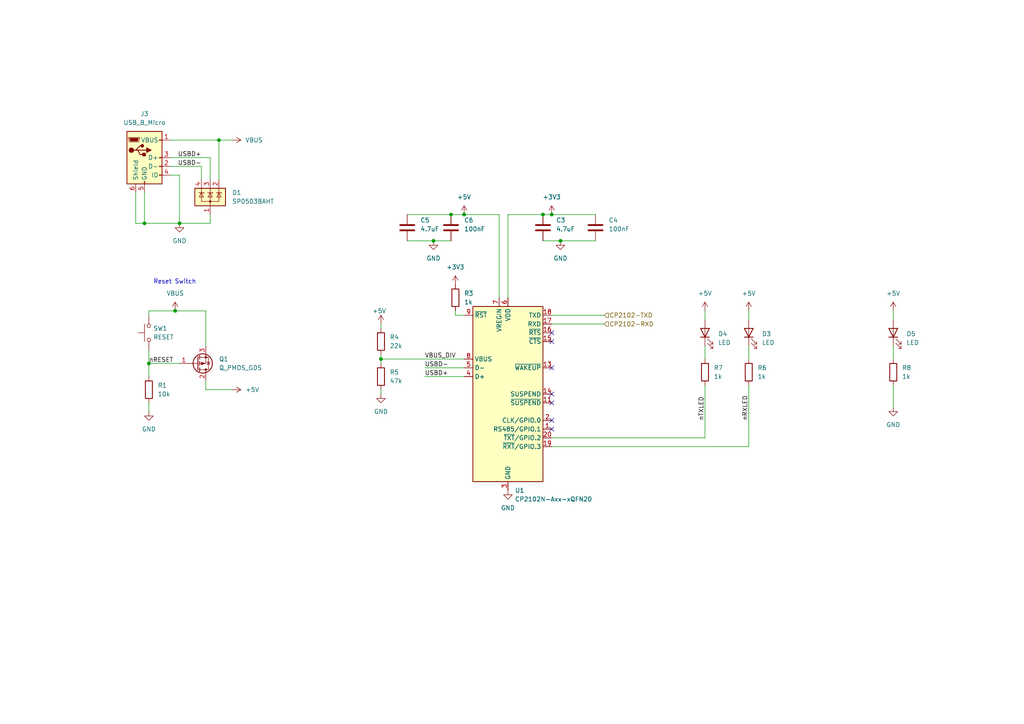
<source format=kicad_sch>
(kicad_sch (version 20211123) (generator eeschema)
  (paper "A4")
  (lib_symbols
    (symbol "Connector:USB_B_Micro" (pin_names (offset 1.016))
      (property "Reference" "J" (at -5.08 11.43 0))
      (property "Value" "USB_B_Micro" (at -5.08 8.89 0))
      (symbol "USB_B_Micro_0_1"
        (rectangle (start -5.08 -7.62) (end 5.08 7.62) (stroke (width 0.254)) (fill (type background)))
        (circle (center -3.81 2.159) (radius 0.635) (stroke (width 0.254)) (fill (type outline)))
        (circle (center -0.635 3.429) (radius 0.381) (stroke (width 0.254)) (fill (type outline)))
        (rectangle (start -0.127 -7.62) (end 0.127 -6.858))
        (polyline (pts (xy -1.905 2.159) (xy 0.635 2.159)) (stroke (width 0.254)))
        (polyline (pts (xy -3.175 2.159) (xy -2.54 2.159) (xy -1.27 3.429) (xy -0.635 3.429)) (stroke (width 0.254)))
        (polyline (pts (xy -2.54 2.159) (xy -1.905 2.159) (xy -1.27 0.889) (xy 0 0.889)) (stroke (width 0.254)))
        (polyline (pts (xy 0.635 2.794) (xy 0.635 1.524) (xy 1.905 2.159) (xy 0.635 2.794)) (stroke (width 0.254)) (fill (type outline)))
        (polyline (pts (xy -4.318 5.588) (xy -1.778 5.588) (xy -2.032 4.826) (xy -4.064 4.826) (xy -4.318 5.588)) (fill (type outline)))
        (polyline (pts (xy -4.699 5.842) (xy -4.699 5.588) (xy -4.445 4.826) (xy -4.445 4.572) (xy -1.651 4.572) (xy -1.651 4.826) (xy -1.397 5.588) (xy -1.397 5.842) (xy -4.699 5.842)))
        (rectangle (start 0.254 1.27) (end -0.508 0.508) (stroke (width 0.254)) (fill (type outline)))
        (rectangle (start 5.08 -5.207) (end 4.318 -4.953))
        (rectangle (start 5.08 -2.667) (end 4.318 -2.413))
        (rectangle (start 5.08 -0.127) (end 4.318 0.127))
        (rectangle (start 5.08 4.953) (end 4.318 5.207))
      )
      (symbol "USB_B_Micro_1_1"
        (pin power_out line (at 7.62 5.08 180) (length 2.54) (name "VBUS") (number "1"))
        (pin bidirectional line (at 7.62 -2.54 180) (length 2.54) (name "D-") (number "2"))
        (pin bidirectional line (at 7.62 0 180) (length 2.54) (name "D+") (number "3"))
        (pin passive line (at 7.62 -5.08 180) (length 2.54) (name "ID") (number "4"))
        (pin power_out line (at 0 -10.16 90) (length 2.54) (name "GND") (number "5"))
        (pin passive line (at -2.54 -10.16 90) (length 2.54) (name "Shield") (number "6"))
      )
    )
    (symbol "Device:C" (pin_numbers hide) (pin_names (offset 0.254))
      (property "Reference" "C" (at 0.635 2.54 0))
      (property "Value" "C" (at 0.635 -2.54 0))
      (symbol "C_0_1"
        (polyline (pts (xy -2.032 -0.762) (xy 2.032 -0.762)) (stroke (width 0.508)))
        (polyline (pts (xy -2.032 0.762) (xy 2.032 0.762)) (stroke (width 0.508)))
      )
      (symbol "C_1_1"
        (pin passive line (at 0 3.81 270) (length 2.794) (name "~") (number "1"))
        (pin passive line (at 0 -3.81 90) (length 2.794) (name "~") (number "2"))
      )
    )
    (symbol "Device:LED" (pin_numbers hide) (pin_names (offset 1.016) hide)
      (property "Reference" "D" (at 0 2.54 0))
      (property "Value" "LED" (at 0 -2.54 0))
      (symbol "LED_0_1"
        (polyline (pts (xy -1.27 -1.27) (xy -1.27 1.27)) (stroke (width 0.254)))
        (polyline (pts (xy -1.27 0) (xy 1.27 0)))
        (polyline (pts (xy 1.27 -1.27) (xy 1.27 1.27) (xy -1.27 0) (xy 1.27 -1.27)) (stroke (width 0.254)))
        (polyline (pts (xy -3.048 -0.762) (xy -4.572 -2.286) (xy -3.81 -2.286) (xy -4.572 -2.286) (xy -4.572 -1.524)))
        (polyline (pts (xy -1.778 -0.762) (xy -3.302 -2.286) (xy -2.54 -2.286) (xy -3.302 -2.286) (xy -3.302 -1.524)))
      )
      (symbol "LED_1_1"
        (pin passive line (at -3.81 0 0) (length 2.54) (name "K") (number "1"))
        (pin passive line (at 3.81 0 180) (length 2.54) (name "A") (number "2"))
      )
    )
    (symbol "Device:Q_PMOS_GDS" (pin_names (offset 0) hide)
      (property "Reference" "Q" (at 5.08 1.27 0))
      (property "Value" "Q_PMOS_GDS" (at 5.08 -1.27 0))
      (symbol "Q_PMOS_GDS_0_1"
        (polyline (pts (xy 0.254 0) (xy -2.54 0)))
        (polyline (pts (xy 0.254 1.905) (xy 0.254 -1.905)) (stroke (width 0.254)))
        (polyline (pts (xy 0.762 -1.27) (xy 0.762 -2.286)) (stroke (width 0.254)))
        (polyline (pts (xy 0.762 0.508) (xy 0.762 -0.508)) (stroke (width 0.254)))
        (polyline (pts (xy 0.762 2.286) (xy 0.762 1.27)) (stroke (width 0.254)))
        (polyline (pts (xy 2.54 2.54) (xy 2.54 1.778)))
        (polyline (pts (xy 2.54 -2.54) (xy 2.54 0) (xy 0.762 0)))
        (polyline (pts (xy 0.762 1.778) (xy 3.302 1.778) (xy 3.302 -1.778) (xy 0.762 -1.778)))
        (polyline (pts (xy 2.286 0) (xy 1.27 0.381) (xy 1.27 -0.381) (xy 2.286 0)) (fill (type outline)))
        (polyline (pts (xy 2.794 -0.508) (xy 2.921 -0.381) (xy 3.683 -0.381) (xy 3.81 -0.254)))
        (polyline (pts (xy 3.302 -0.381) (xy 2.921 0.254) (xy 3.683 0.254) (xy 3.302 -0.381)))
        (circle (center 1.651 0) (radius 2.794) (stroke (width 0.254)))
        (circle (center 2.54 -1.778) (radius 0.254) (fill (type outline)))
        (circle (center 2.54 1.778) (radius 0.254) (fill (type outline)))
      )
      (symbol "Q_PMOS_GDS_1_1"
        (pin input line (at -5.08 0 0) (length 2.54) (name "G") (number "1"))
        (pin passive line (at 2.54 5.08 270) (length 2.54) (name "D") (number "2"))
        (pin passive line (at 2.54 -5.08 90) (length 2.54) (name "S") (number "3"))
      )
    )
    (symbol "Device:R" (pin_numbers hide) (pin_names (offset 0))
      (property "Reference" "R" (at 2.032 0 90))
      (property "Value" "R" (at 0 0 90))
      (symbol "R_0_1"
        (rectangle (start -1.016 -2.54) (end 1.016 2.54) (stroke (width 0.254)))
      )
      (symbol "R_1_1"
        (pin passive line (at 0 3.81 270) (length 1.27) (name "~") (number "1"))
        (pin passive line (at 0 -3.81 90) (length 1.27) (name "~") (number "2"))
      )
    )
    (symbol "Interface_USB:CP2102N-Axx-xQFN20"
      (property "Reference" "U" (at -8.89 26.67 0))
      (property "Value" "CP2102N-Axx-xQFN20" (at 12.7 26.67 0))
      (symbol "CP2102N-Axx-xQFN20_0_1"
        (rectangle (start -10.16 25.4) (end 10.16 -25.4) (stroke (width 0.254)) (fill (type background)))
      )
      (symbol "CP2102N-Axx-xQFN20_1_1"
        (pin bidirectional line (at 12.7 -10.16 180) (length 2.54) (name "RS485/GPIO.1") (number "1"))
        (pin no_connect line (at -10.16 -22.86 0) (length 2.54) hide (name "NC") (number "10"))
        (pin output line (at 12.7 -2.54 180) (length 2.54) (name "~{SUSPEND}") (number "11"))
        (pin passive line (at 0 -27.94 90) (length 2.54) hide (name "GND") (number "12"))
        (pin input line (at 12.7 7.62 180) (length 2.54) (name "~{WAKEUP}") (number "13"))
        (pin output line (at 12.7 0 180) (length 2.54) (name "SUSPEND") (number "14"))
        (pin input line (at 12.7 15.24 180) (length 2.54) (name "~{CTS}") (number "15"))
        (pin output line (at 12.7 17.78 180) (length 2.54) (name "~{RTS}") (number "16"))
        (pin input line (at 12.7 20.32 180) (length 2.54) (name "RXD") (number "17"))
        (pin output line (at 12.7 22.86 180) (length 2.54) (name "TXD") (number "18"))
        (pin bidirectional line (at 12.7 -15.24 180) (length 2.54) (name "~{RXT}/GPIO.3") (number "19"))
        (pin bidirectional line (at 12.7 -7.62 180) (length 2.54) (name "CLK/GPIO.0") (number "2"))
        (pin bidirectional line (at 12.7 -12.7 180) (length 2.54) (name "~{TXT}/GPIO.2") (number "20"))
        (pin passive line (at 0 -27.94 90) (length 2.54) hide (name "GND") (number "21"))
        (pin power_in line (at 0 -27.94 90) (length 2.54) (name "GND") (number "3"))
        (pin bidirectional line (at -12.7 5.08 0) (length 2.54) (name "D+") (number "4"))
        (pin bidirectional line (at -12.7 7.62 0) (length 2.54) (name "D-") (number "5"))
        (pin power_in line (at 0 27.94 270) (length 2.54) (name "VDD") (number "6"))
        (pin power_in line (at -2.54 27.94 270) (length 2.54) (name "VREGIN") (number "7"))
        (pin input line (at -12.7 10.16 0) (length 2.54) (name "VBUS") (number "8"))
        (pin input line (at -12.7 22.86 0) (length 2.54) (name "~{RST}") (number "9"))
      )
    )
    (symbol "Power_Protection:SP0503BAHT" (pin_names hide)
      (property "Reference" "D" (at 5.715 2.54 0))
      (property "Value" "SP0503BAHT" (at 5.715 0.635 0))
      (symbol "SP0503BAHT_0_0"
        (pin passive line (at 0 -5.08 90) (length 2.54) (name "A") (number "1"))
      )
      (symbol "SP0503BAHT_0_1"
        (rectangle (start -4.445 2.54) (end 4.445 -2.54) (stroke (width 0.254)) (fill (type background)))
        (circle (center 0 -1.27) (radius 0.254) (fill (type outline)))
        (polyline (pts (xy -2.54 2.54) (xy -2.54 1.27)))
        (polyline (pts (xy 0 -1.27) (xy 0 -2.54)))
        (polyline (pts (xy 0 -1.27) (xy 0 1.27)))
        (polyline (pts (xy 0 2.54) (xy 0 1.27)))
        (polyline (pts (xy 0.635 1.27) (xy 0.762 1.27)))
        (polyline (pts (xy 2.54 2.54) (xy 2.54 1.27)))
        (polyline (pts (xy 0.635 1.27) (xy -0.762 1.27) (xy -0.762 1.016)))
        (polyline (pts (xy -3.302 1.016) (xy -3.302 1.27) (xy -1.905 1.27) (xy -1.778 1.27)))
        (polyline (pts (xy -2.54 1.27) (xy -2.54 -1.27) (xy 2.54 -1.27) (xy 2.54 1.27)))
        (polyline (pts (xy -2.54 1.27) (xy -1.905 0) (xy -3.175 0) (xy -2.54 1.27)))
        (polyline (pts (xy 0.635 0) (xy -0.635 0) (xy 0 1.27) (xy 0.635 0)))
        (polyline (pts (xy 1.778 1.016) (xy 1.778 1.27) (xy 3.175 1.27) (xy 3.302 1.27)))
        (polyline (pts (xy 2.54 1.27) (xy 1.905 0) (xy 3.175 0) (xy 2.54 1.27)))
      )
      (symbol "SP0503BAHT_1_1"
        (pin passive line (at -2.54 5.08 270) (length 2.54) (name "K") (number "2"))
        (pin passive line (at 0 5.08 270) (length 2.54) (name "K") (number "3"))
        (pin passive line (at 2.54 5.08 270) (length 2.54) (name "K") (number "4"))
      )
    )
    (symbol "Switch:SW_Push" (pin_numbers hide) (pin_names (offset 1.016) hide)
      (property "Reference" "SW" (at 1.27 2.54 0))
      (property "Value" "SW_Push" (at 0 -1.524 0))
      (symbol "SW_Push_0_1"
        (circle (center -2.032 0) (radius 0.508))
        (polyline (pts (xy 0 1.27) (xy 0 3.048)))
        (polyline (pts (xy 2.54 1.27) (xy -2.54 1.27)))
        (circle (center 2.032 0) (radius 0.508))
        (pin passive line (at -5.08 0 0) (length 2.54) (name "1") (number "1"))
        (pin passive line (at 5.08 0 180) (length 2.54) (name "2") (number "2"))
      )
    )
    (symbol "power:+3V3" (power) (pin_names (offset 0))
      (property "Value" "+3V3" (at 0 3.556 0))
      (symbol "+3V3_0_1"
        (polyline (pts (xy -0.762 1.27) (xy 0 2.54)))
        (polyline (pts (xy 0 0) (xy 0 2.54)))
        (polyline (pts (xy 0 2.54) (xy 0.762 1.27)))
      )
      (symbol "+3V3_1_1"
        (pin power_in line (at 0 0 90) (length 0) hide (name "+3V3") (number "1"))
      )
    )
    (symbol "power:+5V" (power) (pin_names (offset 0))
      (property "Value" "+5V" (at 0 3.556 0))
      (symbol "+5V_0_1"
        (polyline (pts (xy -0.762 1.27) (xy 0 2.54)))
        (polyline (pts (xy 0 0) (xy 0 2.54)))
        (polyline (pts (xy 0 2.54) (xy 0.762 1.27)))
      )
      (symbol "+5V_1_1"
        (pin power_in line (at 0 0 90) (length 0) hide (name "+5V") (number "1"))
      )
    )
    (symbol "power:GND" (power) (pin_names (offset 0))
      (property "Value" "GND" (at 0 -3.81 0))
      (symbol "GND_0_1"
        (polyline (pts (xy 0 0) (xy 0 -1.27) (xy 1.27 -1.27) (xy 0 -2.54) (xy -1.27 -1.27) (xy 0 -1.27)))
      )
      (symbol "GND_1_1"
        (pin power_in line (at 0 0 270) (length 0) hide (name "GND") (number "1"))
      )
    )
    (symbol "power:VBUS" (power) (pin_names (offset 0))
      (property "Value" "VBUS" (at 0 3.81 0))
      (symbol "VBUS_0_1"
        (polyline (pts (xy -0.762 1.27) (xy 0 2.54)))
        (polyline (pts (xy 0 0) (xy 0 2.54)))
        (polyline (pts (xy 0 2.54) (xy 0.762 1.27)))
      )
      (symbol "VBUS_1_1"
        (pin power_in line (at 0 0 90) (length 0) hide (name "VBUS") (number "1"))
      )
    )
  )
  (junction (at 134.62 62.23))
  (junction (at 162.56 69.85))
  (junction (at 157.48 62.23))
  (junction (at 50.8 90.17))
  (junction (at 52.07 64.77))
  (junction (at 43.18 105.41))
  (junction (at 41.91 64.77))
  (junction (at 160.02 62.23))
  (junction (at 130.81 62.23))
  (junction (at 110.49 104.14))
  (junction (at 63.5 40.64))
  (junction (at 125.73 69.85))
  (no_connect (at 160.02 106.68))
  (no_connect (at 160.02 96.52))
  (no_connect (at 160.02 99.06))
  (no_connect (at 160.02 124.46))
  (no_connect (at 160.02 121.92))
  (no_connect (at 160.02 116.84))
  (no_connect (at 160.02 114.3))
  (wire (pts (xy 43.18 90.17) (xy 50.8 90.17)))
  (wire (pts (xy 160.02 91.44) (xy 175.26 91.44)))
  (wire (pts (xy 204.47 111.76) (xy 204.47 127)))
  (wire (pts (xy 217.17 111.76) (xy 217.17 129.54)))
  (wire (pts (xy 217.17 90.17) (xy 217.17 92.71)))
  (wire (pts (xy 160.02 62.23) (xy 172.72 62.23)))
  (wire (pts (xy 132.08 90.17) (xy 132.08 91.44)))
  (wire (pts (xy 147.32 62.23) (xy 157.48 62.23)))
  (wire (pts (xy 63.5 40.64) (xy 63.5 52.07)))
  (wire (pts (xy 204.47 100.33) (xy 204.47 104.14)))
  (wire (pts (xy 39.37 55.88) (xy 39.37 64.77)))
  (wire (pts (xy 52.07 50.8) (xy 49.53 50.8)))
  (wire (pts (xy 59.69 90.17) (xy 59.69 100.33)))
  (wire (pts (xy 110.49 93.98) (xy 110.49 95.25)))
  (wire (pts (xy 50.8 90.17) (xy 59.69 90.17)))
  (wire (pts (xy 157.48 62.23) (xy 160.02 62.23)))
  (wire (pts (xy 41.91 55.88) (xy 41.91 64.77)))
  (wire (pts (xy 160.02 127) (xy 204.47 127)))
  (wire (pts (xy 110.49 104.14) (xy 110.49 105.41)))
  (wire (pts (xy 52.07 64.77) (xy 60.96 64.77)))
  (wire (pts (xy 157.48 69.85) (xy 162.56 69.85)))
  (wire (pts (xy 217.17 100.33) (xy 217.17 104.14)))
  (wire (pts (xy 259.08 100.33) (xy 259.08 104.14)))
  (wire (pts (xy 160.02 93.98) (xy 175.26 93.98)))
  (wire (pts (xy 60.96 52.07) (xy 60.96 45.72)))
  (wire (pts (xy 49.53 40.64) (xy 63.5 40.64)))
  (wire (pts (xy 43.18 101.6) (xy 43.18 105.41)))
  (wire (pts (xy 41.91 64.77) (xy 52.07 64.77)))
  (wire (pts (xy 259.08 111.76) (xy 259.08 118.11)))
  (wire (pts (xy 110.49 104.14) (xy 134.62 104.14)))
  (wire (pts (xy 160.02 129.54) (xy 217.17 129.54)))
  (wire (pts (xy 43.18 90.17) (xy 43.18 91.44)))
  (wire (pts (xy 59.69 110.49) (xy 59.69 113.03)))
  (wire (pts (xy 52.07 64.77) (xy 52.07 50.8)))
  (wire (pts (xy 125.73 69.85) (xy 130.81 69.85)))
  (wire (pts (xy 132.08 91.44) (xy 134.62 91.44)))
  (wire (pts (xy 134.62 106.68) (xy 123.19 106.68)))
  (wire (pts (xy 118.11 69.85) (xy 125.73 69.85)))
  (wire (pts (xy 60.96 64.77) (xy 60.96 62.23)))
  (wire (pts (xy 63.5 40.64) (xy 67.31 40.64)))
  (wire (pts (xy 49.53 48.26) (xy 58.42 48.26)))
  (wire (pts (xy 59.69 113.03) (xy 67.31 113.03)))
  (wire (pts (xy 43.18 105.41) (xy 43.18 109.22)))
  (wire (pts (xy 60.96 45.72) (xy 49.53 45.72)))
  (wire (pts (xy 58.42 48.26) (xy 58.42 52.07)))
  (wire (pts (xy 147.32 62.23) (xy 147.32 86.36)))
  (wire (pts (xy 39.37 64.77) (xy 41.91 64.77)))
  (wire (pts (xy 43.18 105.41) (xy 52.07 105.41)))
  (wire (pts (xy 259.08 90.17) (xy 259.08 92.71)))
  (wire (pts (xy 204.47 90.17) (xy 204.47 92.71)))
  (wire (pts (xy 130.81 62.23) (xy 134.62 62.23)))
  (wire (pts (xy 118.11 62.23) (xy 130.81 62.23)))
  (wire (pts (xy 110.49 102.87) (xy 110.49 104.14)))
  (wire (pts (xy 162.56 69.85) (xy 172.72 69.85)))
  (wire (pts (xy 134.62 109.22) (xy 123.19 109.22)))
  (wire (pts (xy 134.62 62.23) (xy 144.78 62.23)))
  (wire (pts (xy 43.18 116.84) (xy 43.18 119.38)))
  (wire (pts (xy 110.49 113.03) (xy 110.49 114.3)))
  (wire (pts (xy 144.78 62.23) (xy 144.78 86.36)))
  (text "Reset Switch" (at 44.45 82.55 0) (effects (font (size 1.27 1.27)) (justify left bottom)))
  (label "USBD+" (at 58.42 45.72 180))
  (label "nTXLED" (at 204.47 121.92 90))
  (label "USBD-" (at 123.19 106.68 0))
  (label "USBD-" (at 58.42 48.26 180))
  (label "USBD+" (at 123.19 109.22 0))
  (label "nRESET" (at 43.18 105.41 0))
  (label "nRXLED" (at 217.17 121.92 90))
  (label "VBUS_DIV" (at 123.19 104.14 0))
  (hierarchical_label "CP2102-RXD" (shape input) (at 175.26 93.98 0))
  (hierarchical_label "CP2102-TXD" (shape input) (at 175.26 91.44 0))
  (symbol (lib_id "Device:LED") (at 259.08 96.52 90) (unit 1)
    (property "Reference" "D5" (at 262.89 96.8374 90) (effects (justify right)))
    (property "Value" "LED" (at 262.89 99.3774 90) (effects (justify right)))
    (property "Footprint" "LED_SMD:LED_0805_2012Metric" (effects hide))
    (property "LCSC" "C440522" (effects hide))
  )
  (symbol (lib_id "Device:Q_PMOS_GDS") (at 57.15 105.41 0) (mirror x) (unit 1)
    (property "Reference" "Q1" (at 63.5 104.1399 0) (effects (justify left)))
    (property "Value" "Q_PMOS_GDS" (at 63.5 106.6799 0) (effects (justify left)))
    (property "Footprint" "Package_TO_SOT_SMD:TO-252-3_TabPin2" (effects hide))
    (property "LCSC" "C326372" (effects hide))
  )
  (symbol (lib_id "power:+5V") (at 259.08 90.17 0) (unit 1)
    (property "Reference" "#PWR0136" (effects hide))
    (property "Value" "+5V" (at 259.08 85.09 0))
  )
  (symbol (lib_id "power:GND") (at 52.07 64.77 0) (unit 1)
    (property "Reference" "#PWR0120" (effects hide))
    (property "Value" "GND" (at 52.07 69.85 0))
  )
  (symbol (lib_id "Device:R") (at 132.08 86.36 0) (unit 1)
    (property "Reference" "R3" (at 134.62 85.0899 0) (effects (justify left)))
    (property "Value" "1k" (at 134.62 87.6299 0) (effects (justify left)))
    (property "Footprint" "Resistor_SMD:R_0603_1608Metric" (effects hide))
    (property "LCSC" "C21190" (effects hide))
  )
  (symbol (lib_id "power:+3V3") (at 132.08 82.55 0) (unit 1)
    (property "Reference" "#PWR0124" (effects hide))
    (property "Value" "+3V3" (at 132.08 77.47 0))
  )
  (symbol (lib_id "Device:C") (at 157.48 66.04 0) (unit 1)
    (property "Reference" "C3" (at 161.29 63.8809 0) (effects (justify left)))
    (property "Value" "4.7uF" (at 161.29 66.4209 0) (effects (justify left)))
    (property "Footprint" "Capacitor_SMD:C_0603_1608Metric" (effects hide))
    (property "LCSC" "C19666" (effects hide))
  )
  (symbol (lib_id "Device:C") (at 172.72 66.04 0) (unit 1)
    (property "Reference" "C4" (at 176.53 63.8809 0) (effects (justify left)))
    (property "Value" "100nF" (at 176.53 66.4209 0) (effects (justify left)))
    (property "Footprint" "Capacitor_SMD:C_0603_1608Metric" (effects hide))
    (property "LCSC" "C14663" (effects hide))
  )
  (symbol (lib_id "power:+3V3") (at 160.02 62.23 0) (unit 1)
    (property "Reference" "#PWR05" (effects hide))
    (property "Value" "+3V3" (at 160.02 57.15 0))
  )
  (symbol (lib_id "Power_Protection:SP0503BAHT") (at 60.96 57.15 0) (mirror y) (unit 1)
    (property "Reference" "D1" (at 67.31 55.8799 0) (effects (justify right)))
    (property "Value" "SP0503BAHT" (at 67.31 58.4199 0) (effects (justify right)))
    (property "Footprint" "Package_TO_SOT_SMD:SOT-143" (effects hide))
    (property "Datasheet" "http://www.littelfuse.com/~/media/files/littelfuse/technical%20resources/documents/data%20sheets/sp05xxba.pdf" (effects hide))
    (property "LCSC" "C3029025" (effects hide))
  )
  (symbol (lib_id "power:+5V") (at 217.17 90.17 0) (unit 1)
    (property "Reference" "#PWR0118" (effects hide))
    (property "Value" "+5V" (at 217.17 85.09 0))
  )
  (symbol (lib_id "Device:LED") (at 204.47 96.52 90) (unit 1)
    (property "Reference" "D4" (at 208.28 96.8374 90) (effects (justify right)))
    (property "Value" "LED" (at 208.28 99.3774 90) (effects (justify right)))
    (property "Footprint" "LED_SMD:LED_0805_2012Metric" (effects hide))
    (property "LCSC" "C440522" (effects hide))
  )
  (symbol (lib_id "Device:R") (at 217.17 107.95 0) (unit 1)
    (property "Reference" "R6" (at 219.71 106.6799 0) (effects (justify left)))
    (property "Value" "1k" (at 219.71 109.2199 0) (effects (justify left)))
    (property "Footprint" "Resistor_SMD:R_0603_1608Metric" (effects hide))
    (property "LCSC" "C21190" (effects hide))
  )
  (symbol (lib_id "Device:R") (at 110.49 109.22 0) (unit 1)
    (property "Reference" "R5" (at 113.03 107.9499 0) (effects (justify left)))
    (property "Value" "47k" (at 113.03 110.4899 0) (effects (justify left)))
    (property "Footprint" "Resistor_SMD:R_0603_1608Metric" (effects hide))
    (property "LCSC" "C25819" (effects hide))
  )
  (symbol (lib_id "power:VBUS") (at 50.8 90.17 0) (unit 1)
    (property "Reference" "#PWR02" (effects hide))
    (property "Value" "VBUS" (at 48.26 85.09 0) (effects (justify left)))
  )
  (symbol (lib_id "Switch:SW_Push") (at 43.18 96.52 90) (unit 1)
    (property "Reference" "SW1" (at 44.45 95.2499 90) (effects (justify right)))
    (property "Value" "RESET" (at 44.45 97.7899 90) (effects (justify right)))
    (property "Footprint" "parthiv_pcb_v2:Button_TS-1187A-B-A-B" (effects hide))
    (property "LCSC" "C318884" (effects hide))
  )
  (symbol (lib_id "power:GND") (at 147.32 142.24 0) (unit 1)
    (property "Reference" "#PWR0122" (effects hide))
    (property "Value" "GND" (at 147.32 147.32 0))
  )
  (symbol (lib_id "power:+5V") (at 204.47 90.17 0) (unit 1)
    (property "Reference" "#PWR0119" (effects hide))
    (property "Value" "+5V" (at 204.47 85.09 0))
  )
  (symbol (lib_id "Device:LED") (at 217.17 96.52 90) (unit 1)
    (property "Reference" "D3" (at 220.98 96.8374 90) (effects (justify right)))
    (property "Value" "LED" (at 220.98 99.3774 90) (effects (justify right)))
    (property "Footprint" "LED_SMD:LED_0805_2012Metric" (effects hide))
    (property "LCSC" "C440522" (effects hide))
  )
  (symbol (lib_id "power:GND") (at 110.49 114.3 0) (unit 1)
    (property "Reference" "#PWR0121" (effects hide))
    (property "Value" "GND" (at 110.49 119.38 0))
  )
  (symbol (lib_id "Device:C") (at 130.81 66.04 0) (unit 1)
    (property "Reference" "C6" (at 134.62 63.8809 0) (effects (justify left)))
    (property "Value" "100nF" (at 134.62 66.4209 0) (effects (justify left)))
    (property "Footprint" "Capacitor_SMD:C_0603_1608Metric" (effects hide))
    (property "LCSC" "C14663" (effects hide))
  )
  (symbol (lib_id "Device:C") (at 118.11 66.04 0) (unit 1)
    (property "Reference" "C5" (at 121.92 63.8809 0) (effects (justify left)))
    (property "Value" "4.7uF" (at 121.92 66.4209 0) (effects (justify left)))
    (property "Footprint" "Capacitor_SMD:C_0603_1608Metric" (effects hide))
    (property "LCSC" "C19666" (effects hide))
  )
  (symbol (lib_id "power:GND") (at 259.08 118.11 0) (unit 1)
    (property "Reference" "#PWR0138" (effects hide))
    (property "Value" "GND" (at 259.08 123.19 0))
  )
  (symbol (lib_id "power:+5V") (at 110.49 93.98 0) (unit 1)
    (property "Reference" "#PWR0123" (effects hide))
    (property "Value" "+5V" (at 107.95 90.17 0) (effects (justify left)))
  )
  (symbol (lib_id "Device:R") (at 259.08 107.95 0) (unit 1)
    (property "Reference" "R8" (at 261.62 106.6799 0) (effects (justify left)))
    (property "Value" "1k" (at 261.62 109.2199 0) (effects (justify left)))
    (property "Footprint" "Resistor_SMD:R_0603_1608Metric" (effects hide))
    (property "LCSC" "C21190" (effects hide))
  )
  (symbol (lib_id "power:GND") (at 125.73 69.85 0) (unit 1)
    (property "Reference" "#PWR03" (effects hide))
    (property "Value" "GND" (at 125.73 74.93 0))
  )
  (symbol (lib_id "power:+5V") (at 67.31 113.03 270) (unit 1)
    (property "Reference" "#PWR0117" (effects hide))
    (property "Value" "+5V" (at 71.12 113.0299 90) (effects (justify left)))
  )
  (symbol (lib_id "Device:R") (at 110.49 99.06 0) (unit 1)
    (property "Reference" "R4" (at 113.03 97.7899 0) (effects (justify left)))
    (property "Value" "22k" (at 113.03 100.3299 0) (effects (justify left)))
    (property "Footprint" "Resistor_SMD:R_0603_1608Metric" (effects hide))
    (property "LCSC" "C31850" (effects hide))
  )
  (symbol (lib_id "Connector:USB_B_Micro") (at 41.91 45.72 0) (unit 1)
    (property "Reference" "J3" (at 41.91 33.02 0))
    (property "Value" "USB_B_Micro" (at 41.91 35.56 0))
    (property "Footprint" "Connector_USB:USB_Micro-B_Molex-105017-0001" (effects hide))
    (property "LCSC" "C381143" (effects hide))
  )
  (symbol (lib_id "Interface_USB:CP2102N-Axx-xQFN20") (at 147.32 114.3 0) (unit 1)
    (property "Reference" "U1" (at 149.3394 142.24 0) (effects (justify left)))
    (property "Value" "CP2102N-Axx-xQFN20" (at 149.3394 144.78 0) (effects (justify left)))
    (property "Footprint" "Package_DFN_QFN:SiliconLabs_QFN-20-1EP_3x3mm_P0.5mm_EP1.8x1.8mm" (effects hide))
    (property "Datasheet" "https://www.silabs.com/documents/public/data-sheets/cp2102n-datasheet.pdf" (effects hide))
    (property "LCSC" "C969913" (effects hide))
  )
  (symbol (lib_id "power:GND") (at 43.18 119.38 0) (unit 1)
    (property "Reference" "#PWR07" (effects hide))
    (property "Value" "GND" (at 43.18 124.46 0))
  )
  (symbol (lib_id "power:VBUS") (at 67.31 40.64 270) (unit 1)
    (property "Reference" "#PWR01" (effects hide))
    (property "Value" "VBUS" (at 71.12 40.6399 90) (effects (justify left)))
  )
  (symbol (lib_id "power:+5V") (at 134.62 62.23 0) (unit 1)
    (property "Reference" "#PWR04" (effects hide))
    (property "Value" "+5V" (at 134.62 57.15 0))
  )
  (symbol (lib_id "Device:R") (at 43.18 113.03 0) (unit 1)
    (property "Reference" "R1" (at 45.72 111.7599 0) (effects (justify left)))
    (property "Value" "10k" (at 45.72 114.2999 0) (effects (justify left)))
    (property "Footprint" "Resistor_SMD:R_0603_1608Metric" (effects hide))
    (property "LCSC" "C25804" (effects hide))
  )
  (symbol (lib_id "power:GND") (at 162.56 69.85 0) (unit 1)
    (property "Reference" "#PWR06" (effects hide))
    (property "Value" "GND" (at 162.56 74.93 0))
  )
  (symbol (lib_id "Device:R") (at 204.47 107.95 0) (unit 1)
    (property "Reference" "R7" (at 207.01 106.6799 0) (effects (justify left)))
    (property "Value" "1k" (at 207.01 109.2199 0) (effects (justify left)))
    (property "Footprint" "Resistor_SMD:R_0603_1608Metric" (effects hide))
    (property "LCSC" "C21190" (effects hide))
  )
)
</source>
